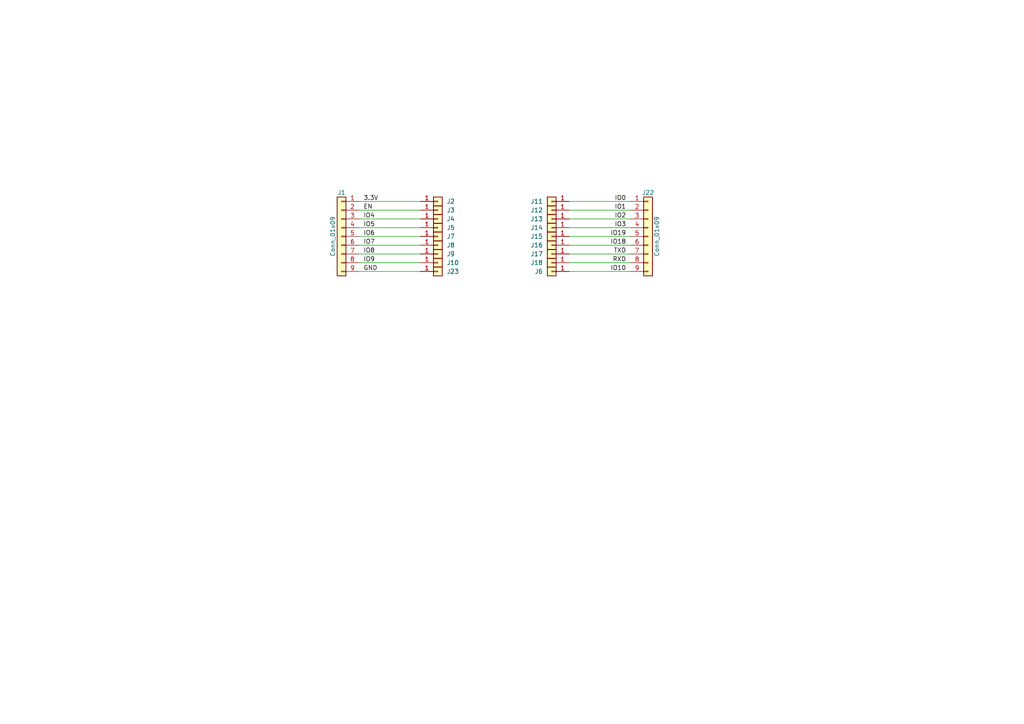
<source format=kicad_sch>
(kicad_sch (version 20211123) (generator eeschema)

  (uuid e63e39d7-6ac0-4ffd-8aa3-1841a4541b55)

  (paper "A4")

  (lib_symbols
    (symbol "Connector_Generic:Conn_01x01" (pin_names (offset 1.016) hide) (in_bom yes) (on_board yes)
      (property "Reference" "J" (id 0) (at 0 2.54 0)
        (effects (font (size 1.27 1.27)))
      )
      (property "Value" "Conn_01x01" (id 1) (at 0 -2.54 0)
        (effects (font (size 1.27 1.27)))
      )
      (property "Footprint" "" (id 2) (at 0 0 0)
        (effects (font (size 1.27 1.27)) hide)
      )
      (property "Datasheet" "~" (id 3) (at 0 0 0)
        (effects (font (size 1.27 1.27)) hide)
      )
      (property "ki_keywords" "connector" (id 4) (at 0 0 0)
        (effects (font (size 1.27 1.27)) hide)
      )
      (property "ki_description" "Generic connector, single row, 01x01, script generated (kicad-library-utils/schlib/autogen/connector/)" (id 5) (at 0 0 0)
        (effects (font (size 1.27 1.27)) hide)
      )
      (property "ki_fp_filters" "Connector*:*_1x??_*" (id 6) (at 0 0 0)
        (effects (font (size 1.27 1.27)) hide)
      )
      (symbol "Conn_01x01_1_1"
        (rectangle (start -1.27 0.127) (end 0 -0.127)
          (stroke (width 0.1524) (type default))
          (fill (type none))
        )
        (rectangle (start -1.27 1.27) (end 1.27 -1.27)
          (stroke (width 0.254) (type default))
          (fill (type background))
        )
        (pin passive line (at -5.08 0 0) (length 3.81)
          (name "Pin_1" (effects (font (size 1.27 1.27))))
          (number "1" (effects (font (size 1.27 1.27))))
        )
      )
    )
    (symbol "Connector_Generic:Conn_01x09" (pin_names (offset 1.016) hide) (in_bom yes) (on_board yes)
      (property "Reference" "J" (id 0) (at 0 12.7 0)
        (effects (font (size 1.27 1.27)))
      )
      (property "Value" "Conn_01x09" (id 1) (at 0 -12.7 0)
        (effects (font (size 1.27 1.27)))
      )
      (property "Footprint" "" (id 2) (at 0 0 0)
        (effects (font (size 1.27 1.27)) hide)
      )
      (property "Datasheet" "~" (id 3) (at 0 0 0)
        (effects (font (size 1.27 1.27)) hide)
      )
      (property "ki_keywords" "connector" (id 4) (at 0 0 0)
        (effects (font (size 1.27 1.27)) hide)
      )
      (property "ki_description" "Generic connector, single row, 01x09, script generated (kicad-library-utils/schlib/autogen/connector/)" (id 5) (at 0 0 0)
        (effects (font (size 1.27 1.27)) hide)
      )
      (property "ki_fp_filters" "Connector*:*_1x??_*" (id 6) (at 0 0 0)
        (effects (font (size 1.27 1.27)) hide)
      )
      (symbol "Conn_01x09_1_1"
        (rectangle (start -1.27 -10.033) (end 0 -10.287)
          (stroke (width 0.1524) (type default))
          (fill (type none))
        )
        (rectangle (start -1.27 -7.493) (end 0 -7.747)
          (stroke (width 0.1524) (type default))
          (fill (type none))
        )
        (rectangle (start -1.27 -4.953) (end 0 -5.207)
          (stroke (width 0.1524) (type default))
          (fill (type none))
        )
        (rectangle (start -1.27 -2.413) (end 0 -2.667)
          (stroke (width 0.1524) (type default))
          (fill (type none))
        )
        (rectangle (start -1.27 0.127) (end 0 -0.127)
          (stroke (width 0.1524) (type default))
          (fill (type none))
        )
        (rectangle (start -1.27 2.667) (end 0 2.413)
          (stroke (width 0.1524) (type default))
          (fill (type none))
        )
        (rectangle (start -1.27 5.207) (end 0 4.953)
          (stroke (width 0.1524) (type default))
          (fill (type none))
        )
        (rectangle (start -1.27 7.747) (end 0 7.493)
          (stroke (width 0.1524) (type default))
          (fill (type none))
        )
        (rectangle (start -1.27 10.287) (end 0 10.033)
          (stroke (width 0.1524) (type default))
          (fill (type none))
        )
        (rectangle (start -1.27 11.43) (end 1.27 -11.43)
          (stroke (width 0.254) (type default))
          (fill (type background))
        )
        (pin passive line (at -5.08 10.16 0) (length 3.81)
          (name "Pin_1" (effects (font (size 1.27 1.27))))
          (number "1" (effects (font (size 1.27 1.27))))
        )
        (pin passive line (at -5.08 7.62 0) (length 3.81)
          (name "Pin_2" (effects (font (size 1.27 1.27))))
          (number "2" (effects (font (size 1.27 1.27))))
        )
        (pin passive line (at -5.08 5.08 0) (length 3.81)
          (name "Pin_3" (effects (font (size 1.27 1.27))))
          (number "3" (effects (font (size 1.27 1.27))))
        )
        (pin passive line (at -5.08 2.54 0) (length 3.81)
          (name "Pin_4" (effects (font (size 1.27 1.27))))
          (number "4" (effects (font (size 1.27 1.27))))
        )
        (pin passive line (at -5.08 0 0) (length 3.81)
          (name "Pin_5" (effects (font (size 1.27 1.27))))
          (number "5" (effects (font (size 1.27 1.27))))
        )
        (pin passive line (at -5.08 -2.54 0) (length 3.81)
          (name "Pin_6" (effects (font (size 1.27 1.27))))
          (number "6" (effects (font (size 1.27 1.27))))
        )
        (pin passive line (at -5.08 -5.08 0) (length 3.81)
          (name "Pin_7" (effects (font (size 1.27 1.27))))
          (number "7" (effects (font (size 1.27 1.27))))
        )
        (pin passive line (at -5.08 -7.62 0) (length 3.81)
          (name "Pin_8" (effects (font (size 1.27 1.27))))
          (number "8" (effects (font (size 1.27 1.27))))
        )
        (pin passive line (at -5.08 -10.16 0) (length 3.81)
          (name "Pin_9" (effects (font (size 1.27 1.27))))
          (number "9" (effects (font (size 1.27 1.27))))
        )
      )
    )
  )


  (wire (pts (xy 121.92 58.42) (xy 104.14 58.42))
    (stroke (width 0) (type default))
    (uuid 076ca4ed-6140-46c8-93d9-6479b702ad82)
  )
  (wire (pts (xy 182.88 76.2) (xy 165.1 76.2))
    (stroke (width 0) (type default))
    (uuid 134b5986-ced0-46b1-9aeb-7b0a88d736e9)
  )
  (wire (pts (xy 121.92 63.5) (xy 104.14 63.5))
    (stroke (width 0) (type default))
    (uuid 329a1b7e-0b95-4d89-bef8-bf9a02365a92)
  )
  (wire (pts (xy 121.92 68.58) (xy 104.14 68.58))
    (stroke (width 0) (type default))
    (uuid 350f285a-0c9e-404b-a033-73ca5396c4aa)
  )
  (wire (pts (xy 121.92 76.2) (xy 104.14 76.2))
    (stroke (width 0) (type default))
    (uuid 6c06ac28-a09d-4361-8848-fe286b2fffb4)
  )
  (wire (pts (xy 121.92 66.04) (xy 104.14 66.04))
    (stroke (width 0) (type default))
    (uuid 72d1a29a-7888-4cef-991b-6e0289725c8e)
  )
  (wire (pts (xy 182.88 58.42) (xy 165.1 58.42))
    (stroke (width 0) (type default))
    (uuid 7a2eb6ff-bff9-4f7f-aeff-db9fe9ef54ef)
  )
  (wire (pts (xy 182.88 71.12) (xy 165.1 71.12))
    (stroke (width 0) (type default))
    (uuid 7bc9c4d2-4575-4320-ba58-9b6d80b3e1d6)
  )
  (wire (pts (xy 121.92 78.74) (xy 104.14 78.74))
    (stroke (width 0) (type default))
    (uuid 8e987baf-f67a-42ee-8012-1fa2ba86a9d2)
  )
  (wire (pts (xy 121.92 71.12) (xy 104.14 71.12))
    (stroke (width 0) (type default))
    (uuid 8f2cf97d-78ea-4108-836b-298564b800dc)
  )
  (wire (pts (xy 182.88 66.04) (xy 165.1 66.04))
    (stroke (width 0) (type default))
    (uuid 979637dd-61bf-47b7-8600-587950272c2d)
  )
  (wire (pts (xy 182.88 73.66) (xy 165.1 73.66))
    (stroke (width 0) (type default))
    (uuid 9c682250-07b9-4144-9daa-9b81994f9b47)
  )
  (wire (pts (xy 182.88 68.58) (xy 165.1 68.58))
    (stroke (width 0) (type default))
    (uuid a7114714-8796-4342-8284-995951669523)
  )
  (wire (pts (xy 182.88 78.74) (xy 165.1 78.74))
    (stroke (width 0) (type default))
    (uuid ae3ca504-a6b6-405e-9b82-73b13497584d)
  )
  (wire (pts (xy 182.88 60.96) (xy 165.1 60.96))
    (stroke (width 0) (type default))
    (uuid c40360a3-490d-478f-a1b1-9b0fa7e038ba)
  )
  (wire (pts (xy 121.92 73.66) (xy 104.14 73.66))
    (stroke (width 0) (type default))
    (uuid f43b9764-af46-48f3-b6b3-07ef0b88fa80)
  )
  (wire (pts (xy 182.88 63.5) (xy 165.1 63.5))
    (stroke (width 0) (type default))
    (uuid f8dd39b1-54f8-40ac-9a5f-5937322f395c)
  )
  (wire (pts (xy 121.92 60.96) (xy 104.14 60.96))
    (stroke (width 0) (type default))
    (uuid fe50bd35-3cd7-4bc8-9739-932459be7abd)
  )

  (label "IO9" (at 105.41 76.2 0) (fields_autoplaced)
    (effects (font (size 1.27 1.27)) (justify left bottom))
    (uuid 21ec377d-e3fc-4fed-95db-c15f2d6be99a)
  )
  (label "3.3V" (at 105.41 58.42 0) (fields_autoplaced)
    (effects (font (size 1.27 1.27)) (justify left bottom))
    (uuid 275e8601-37af-4dfb-8ad4-c8b9d924a0d5)
  )
  (label "IO18" (at 181.61 71.12 180) (fields_autoplaced)
    (effects (font (size 1.27 1.27)) (justify right bottom))
    (uuid 32d4d42c-48dd-4942-8faa-8acdeacf5d9d)
  )
  (label "IO3" (at 181.61 66.04 180) (fields_autoplaced)
    (effects (font (size 1.27 1.27)) (justify right bottom))
    (uuid 46da4625-29d8-49ab-9457-4b4e7b338c01)
  )
  (label "IO0" (at 181.61 58.42 180) (fields_autoplaced)
    (effects (font (size 1.27 1.27)) (justify right bottom))
    (uuid 56c47e38-39c6-4156-af85-df0e77ac2d1d)
  )
  (label "GND" (at 105.41 78.74 0) (fields_autoplaced)
    (effects (font (size 1.27 1.27)) (justify left bottom))
    (uuid 84d70bf1-5884-42c3-8d73-99d2bbead97a)
  )
  (label "TXD" (at 181.61 73.66 180) (fields_autoplaced)
    (effects (font (size 1.27 1.27)) (justify right bottom))
    (uuid 8e7f92d7-804a-4e05-a090-bb438f375645)
  )
  (label "IO1" (at 181.61 60.96 180) (fields_autoplaced)
    (effects (font (size 1.27 1.27)) (justify right bottom))
    (uuid 97b35732-bada-4444-87f7-c2745ff0c912)
  )
  (label "IO4" (at 105.41 63.5 0) (fields_autoplaced)
    (effects (font (size 1.27 1.27)) (justify left bottom))
    (uuid bf8feaed-4695-4472-ab80-b9fe80bdbc81)
  )
  (label "IO5" (at 105.41 66.04 0) (fields_autoplaced)
    (effects (font (size 1.27 1.27)) (justify left bottom))
    (uuid c1848430-b6a8-4327-84da-59fe8e8316a8)
  )
  (label "IO19" (at 181.61 68.58 180) (fields_autoplaced)
    (effects (font (size 1.27 1.27)) (justify right bottom))
    (uuid c38efcfc-1578-4593-af06-a92e4a42b421)
  )
  (label "IO10" (at 181.61 78.74 180) (fields_autoplaced)
    (effects (font (size 1.27 1.27)) (justify right bottom))
    (uuid c4f4d3fb-c052-4efb-af00-9f03e49871a2)
  )
  (label "IO6" (at 105.41 68.58 0) (fields_autoplaced)
    (effects (font (size 1.27 1.27)) (justify left bottom))
    (uuid c5aab209-9159-4424-bbd1-043228d29af8)
  )
  (label "EN" (at 105.41 60.96 0) (fields_autoplaced)
    (effects (font (size 1.27 1.27)) (justify left bottom))
    (uuid c9c02e06-1e62-41bb-8246-335200ccf2a5)
  )
  (label "IO2" (at 181.61 63.5 180) (fields_autoplaced)
    (effects (font (size 1.27 1.27)) (justify right bottom))
    (uuid cb6beca1-f361-491c-8061-82cd74a28dfc)
  )
  (label "RXD" (at 181.61 76.2 180) (fields_autoplaced)
    (effects (font (size 1.27 1.27)) (justify right bottom))
    (uuid d414a0eb-072d-4597-8065-0c58a068c412)
  )
  (label "IO7" (at 105.41 71.12 0) (fields_autoplaced)
    (effects (font (size 1.27 1.27)) (justify left bottom))
    (uuid d549575d-c980-4d5c-9479-c6a6bb1125c4)
  )
  (label "IO8" (at 105.41 73.66 0) (fields_autoplaced)
    (effects (font (size 1.27 1.27)) (justify left bottom))
    (uuid d6201297-d47a-491d-9d8e-9615a519c818)
  )

  (symbol (lib_id "Connector_Generic:Conn_01x01") (at 127 73.66 0) (unit 1)
    (in_bom yes) (on_board yes)
    (uuid 071d0535-3eae-4e62-a7c6-14b9c839ca8a)
    (property "Reference" "J9" (id 0) (at 129.54 73.66 0)
      (effects (font (size 1.27 1.27)) (justify left))
    )
    (property "Value" "Conn_01x01" (id 1) (at 126.365 76.2 90)
      (effects (font (size 1.27 1.27)) (justify right) hide)
    )
    (property "Footprint" "FlexyPin:FlexyPin_1x01" (id 2) (at 127 73.66 0)
      (effects (font (size 1.27 1.27)) hide)
    )
    (property "Datasheet" "~" (id 3) (at 127 73.66 0)
      (effects (font (size 1.27 1.27)) hide)
    )
    (pin "1" (uuid 4104dc5c-7353-4f49-a32a-39409d271cea))
  )

  (symbol (lib_id "Connector_Generic:Conn_01x09") (at 187.96 68.58 0) (unit 1)
    (in_bom yes) (on_board yes)
    (uuid 07e13863-bd02-4902-95bb-751411a906f0)
    (property "Reference" "J22" (id 0) (at 187.96 55.88 0)
      (effects (font (size 1.27 1.27)))
    )
    (property "Value" "Conn_01x09" (id 1) (at 190.5 68.58 90)
      (effects (font (size 1.27 1.27)))
    )
    (property "Footprint" "Connector_PinHeader_2.54mm:PinHeader_1x09_P2.54mm_Vertical" (id 2) (at 187.96 68.58 0)
      (effects (font (size 1.27 1.27)) hide)
    )
    (property "Datasheet" "~" (id 3) (at 187.96 68.58 0)
      (effects (font (size 1.27 1.27)) hide)
    )
    (pin "1" (uuid 3cef2940-746c-45e3-9107-83eef849fa15))
    (pin "2" (uuid c7b292b0-ac16-4994-a215-fc8f695c12a1))
    (pin "3" (uuid 8cc2e8a9-4547-415e-a335-e319531e3f17))
    (pin "4" (uuid 473fe26e-3508-4fcd-8099-026d2891577e))
    (pin "5" (uuid 6174b230-202a-4544-ac7f-e496c309c9b4))
    (pin "6" (uuid 6f6868f2-ab8b-43a0-9153-05949a122e58))
    (pin "7" (uuid f90dade9-e357-4ff5-906b-e9f94c8a25dc))
    (pin "8" (uuid 401ff54b-2ebd-4960-b7d8-18baf8545128))
    (pin "9" (uuid 6ae46c10-d334-4f3b-8139-fb8860a013fa))
  )

  (symbol (lib_id "Connector_Generic:Conn_01x01") (at 127 63.5 0) (unit 1)
    (in_bom yes) (on_board yes)
    (uuid 09ea8180-f446-4084-8fdb-f15d509d7563)
    (property "Reference" "J4" (id 0) (at 129.54 63.5 0)
      (effects (font (size 1.27 1.27)) (justify left))
    )
    (property "Value" "Conn_01x01" (id 1) (at 126.365 66.04 90)
      (effects (font (size 1.27 1.27)) (justify right) hide)
    )
    (property "Footprint" "FlexyPin:FlexyPin_1x01" (id 2) (at 127 63.5 0)
      (effects (font (size 1.27 1.27)) hide)
    )
    (property "Datasheet" "~" (id 3) (at 127 63.5 0)
      (effects (font (size 1.27 1.27)) hide)
    )
    (pin "1" (uuid a3877a15-be4b-4aeb-b6dd-23221601dbff))
  )

  (symbol (lib_id "Connector_Generic:Conn_01x01") (at 127 68.58 0) (unit 1)
    (in_bom yes) (on_board yes)
    (uuid 13515fb1-0db1-43e9-bb53-bb80920da619)
    (property "Reference" "J7" (id 0) (at 129.54 68.58 0)
      (effects (font (size 1.27 1.27)) (justify left))
    )
    (property "Value" "Conn_01x01" (id 1) (at 126.365 71.12 90)
      (effects (font (size 1.27 1.27)) (justify right) hide)
    )
    (property "Footprint" "FlexyPin:FlexyPin_1x01" (id 2) (at 127 68.58 0)
      (effects (font (size 1.27 1.27)) hide)
    )
    (property "Datasheet" "~" (id 3) (at 127 68.58 0)
      (effects (font (size 1.27 1.27)) hide)
    )
    (pin "1" (uuid c5f22153-caa5-4cef-805f-bde38e343944))
  )

  (symbol (lib_id "Connector_Generic:Conn_01x01") (at 127 76.2 0) (unit 1)
    (in_bom yes) (on_board yes)
    (uuid 255b567c-8caa-4275-bbd5-a5152dbc37ff)
    (property "Reference" "J10" (id 0) (at 129.54 76.2 0)
      (effects (font (size 1.27 1.27)) (justify left))
    )
    (property "Value" "Conn_01x01" (id 1) (at 126.365 78.74 90)
      (effects (font (size 1.27 1.27)) (justify right) hide)
    )
    (property "Footprint" "FlexyPin:FlexyPin_1x01" (id 2) (at 127 76.2 0)
      (effects (font (size 1.27 1.27)) hide)
    )
    (property "Datasheet" "~" (id 3) (at 127 76.2 0)
      (effects (font (size 1.27 1.27)) hide)
    )
    (pin "1" (uuid 9db47975-4fb8-4148-91b4-8f6d2c9c439e))
  )

  (symbol (lib_id "Connector_Generic:Conn_01x01") (at 160.02 78.74 180) (unit 1)
    (in_bom yes) (on_board yes)
    (uuid 27bec5ca-6dea-4712-b89b-8d77eecd0698)
    (property "Reference" "J6" (id 0) (at 157.48 78.74 0)
      (effects (font (size 1.27 1.27)) (justify left))
    )
    (property "Value" "Conn_01x01" (id 1) (at 160.655 76.2 90)
      (effects (font (size 1.27 1.27)) (justify right) hide)
    )
    (property "Footprint" "FlexyPin:FlexyPin_1x01" (id 2) (at 160.02 78.74 0)
      (effects (font (size 1.27 1.27)) hide)
    )
    (property "Datasheet" "~" (id 3) (at 160.02 78.74 0)
      (effects (font (size 1.27 1.27)) hide)
    )
    (pin "1" (uuid 3df12092-ca07-407b-b429-29326dbd3767))
  )

  (symbol (lib_id "Connector_Generic:Conn_01x01") (at 127 78.74 0) (unit 1)
    (in_bom yes) (on_board yes)
    (uuid 3917bd37-e763-457f-b9cd-4f9e0876e0fa)
    (property "Reference" "J23" (id 0) (at 129.54 78.74 0)
      (effects (font (size 1.27 1.27)) (justify left))
    )
    (property "Value" "Conn_01x01" (id 1) (at 126.365 81.28 90)
      (effects (font (size 1.27 1.27)) (justify right) hide)
    )
    (property "Footprint" "FlexyPin:FlexyPin_1x01" (id 2) (at 127 78.74 0)
      (effects (font (size 1.27 1.27)) hide)
    )
    (property "Datasheet" "~" (id 3) (at 127 78.74 0)
      (effects (font (size 1.27 1.27)) hide)
    )
    (pin "1" (uuid ee8110c3-0362-4ef3-81a8-e51c3d98cf4c))
  )

  (symbol (lib_id "Connector_Generic:Conn_01x01") (at 127 66.04 0) (unit 1)
    (in_bom yes) (on_board yes)
    (uuid 400c1730-354d-45ff-ba19-df0ad5697e90)
    (property "Reference" "J5" (id 0) (at 129.54 66.04 0)
      (effects (font (size 1.27 1.27)) (justify left))
    )
    (property "Value" "Conn_01x01" (id 1) (at 126.365 68.58 90)
      (effects (font (size 1.27 1.27)) (justify right) hide)
    )
    (property "Footprint" "FlexyPin:FlexyPin_1x01" (id 2) (at 127 66.04 0)
      (effects (font (size 1.27 1.27)) hide)
    )
    (property "Datasheet" "~" (id 3) (at 127 66.04 0)
      (effects (font (size 1.27 1.27)) hide)
    )
    (pin "1" (uuid 20cb2133-fb21-443b-80cd-3338a89136ea))
  )

  (symbol (lib_id "Connector_Generic:Conn_01x01") (at 160.02 68.58 0) (mirror y) (unit 1)
    (in_bom yes) (on_board yes)
    (uuid 441f8259-9359-4034-9be7-a918c4e7e17c)
    (property "Reference" "J15" (id 0) (at 157.48 68.58 0)
      (effects (font (size 1.27 1.27)) (justify left))
    )
    (property "Value" "Conn_01x01" (id 1) (at 160.655 71.12 90)
      (effects (font (size 1.27 1.27)) (justify right) hide)
    )
    (property "Footprint" "FlexyPin:FlexyPin_1x01" (id 2) (at 160.02 68.58 0)
      (effects (font (size 1.27 1.27)) hide)
    )
    (property "Datasheet" "~" (id 3) (at 160.02 68.58 0)
      (effects (font (size 1.27 1.27)) hide)
    )
    (pin "1" (uuid 9f79754e-e8d3-4cd2-925f-8290ed8d14dc))
  )

  (symbol (lib_id "Connector_Generic:Conn_01x01") (at 160.02 63.5 0) (mirror y) (unit 1)
    (in_bom yes) (on_board yes)
    (uuid 4808505b-9791-4940-b32a-cd6157a9e162)
    (property "Reference" "J13" (id 0) (at 157.48 63.5 0)
      (effects (font (size 1.27 1.27)) (justify left))
    )
    (property "Value" "Conn_01x01" (id 1) (at 160.655 66.04 90)
      (effects (font (size 1.27 1.27)) (justify right) hide)
    )
    (property "Footprint" "FlexyPin:FlexyPin_1x01" (id 2) (at 160.02 63.5 0)
      (effects (font (size 1.27 1.27)) hide)
    )
    (property "Datasheet" "~" (id 3) (at 160.02 63.5 0)
      (effects (font (size 1.27 1.27)) hide)
    )
    (pin "1" (uuid a77e9a8f-c25f-43d0-9078-bc04fc8419a3))
  )

  (symbol (lib_id "Connector_Generic:Conn_01x01") (at 160.02 66.04 0) (mirror y) (unit 1)
    (in_bom yes) (on_board yes)
    (uuid 63a40148-09c6-454b-b95d-7cc00bfddcd2)
    (property "Reference" "J14" (id 0) (at 157.48 66.04 0)
      (effects (font (size 1.27 1.27)) (justify left))
    )
    (property "Value" "Conn_01x01" (id 1) (at 160.655 68.58 90)
      (effects (font (size 1.27 1.27)) (justify right) hide)
    )
    (property "Footprint" "FlexyPin:FlexyPin_1x01" (id 2) (at 160.02 66.04 0)
      (effects (font (size 1.27 1.27)) hide)
    )
    (property "Datasheet" "~" (id 3) (at 160.02 66.04 0)
      (effects (font (size 1.27 1.27)) hide)
    )
    (pin "1" (uuid badfa5fa-0ea4-4db1-a1ad-a79800065fc8))
  )

  (symbol (lib_id "Connector_Generic:Conn_01x01") (at 160.02 76.2 0) (mirror y) (unit 1)
    (in_bom yes) (on_board yes)
    (uuid 6674849e-d0a8-42b0-a089-19910e180dbc)
    (property "Reference" "J18" (id 0) (at 157.48 76.2 0)
      (effects (font (size 1.27 1.27)) (justify left))
    )
    (property "Value" "Conn_01x01" (id 1) (at 160.655 78.74 90)
      (effects (font (size 1.27 1.27)) (justify right) hide)
    )
    (property "Footprint" "FlexyPin:FlexyPin_1x01" (id 2) (at 160.02 76.2 0)
      (effects (font (size 1.27 1.27)) hide)
    )
    (property "Datasheet" "~" (id 3) (at 160.02 76.2 0)
      (effects (font (size 1.27 1.27)) hide)
    )
    (pin "1" (uuid 195569ec-0ae4-43fc-b4ee-ca6cf7958e72))
  )

  (symbol (lib_id "Connector_Generic:Conn_01x01") (at 160.02 71.12 0) (mirror y) (unit 1)
    (in_bom yes) (on_board yes)
    (uuid 7b03a101-7a66-4314-9557-fb7524390213)
    (property "Reference" "J16" (id 0) (at 157.48 71.12 0)
      (effects (font (size 1.27 1.27)) (justify left))
    )
    (property "Value" "Conn_01x01" (id 1) (at 160.655 73.66 90)
      (effects (font (size 1.27 1.27)) (justify right) hide)
    )
    (property "Footprint" "FlexyPin:FlexyPin_1x01" (id 2) (at 160.02 71.12 0)
      (effects (font (size 1.27 1.27)) hide)
    )
    (property "Datasheet" "~" (id 3) (at 160.02 71.12 0)
      (effects (font (size 1.27 1.27)) hide)
    )
    (pin "1" (uuid 68f57382-28e1-4079-8b9e-91fc9fe78cde))
  )

  (symbol (lib_id "Connector_Generic:Conn_01x09") (at 99.06 68.58 0) (mirror y) (unit 1)
    (in_bom yes) (on_board yes)
    (uuid 9397719b-4a3b-4984-a470-967198532930)
    (property "Reference" "J1" (id 0) (at 99.06 55.88 0)
      (effects (font (size 1.27 1.27)))
    )
    (property "Value" "Conn_01x09" (id 1) (at 96.52 68.58 90)
      (effects (font (size 1.27 1.27)))
    )
    (property "Footprint" "Connector_PinHeader_2.54mm:PinHeader_1x09_P2.54mm_Vertical" (id 2) (at 99.06 68.58 0)
      (effects (font (size 1.27 1.27)) hide)
    )
    (property "Datasheet" "~" (id 3) (at 99.06 68.58 0)
      (effects (font (size 1.27 1.27)) hide)
    )
    (pin "1" (uuid 097d3097-fa09-4a32-9be1-1cd4c3b41b74))
    (pin "2" (uuid 79783b93-0df9-4b72-a9f5-79822605c3d4))
    (pin "3" (uuid 6480f567-1219-4839-b79c-b60ce0891d2c))
    (pin "4" (uuid a9a879f6-429a-422f-9cd1-9d46c6d9a893))
    (pin "5" (uuid 21ad2d31-87c0-48d0-b099-35e068b945ed))
    (pin "6" (uuid ef14ff7d-933f-4ed7-81b7-b321bc525673))
    (pin "7" (uuid b4771cce-1d27-4bd0-9569-66cea3f85bdb))
    (pin "8" (uuid 49bc9511-0570-4220-8cd0-a0649d001585))
    (pin "9" (uuid be07ae0d-0c18-478d-80e8-bcbab3c4b219))
  )

  (symbol (lib_id "Connector_Generic:Conn_01x01") (at 127 71.12 0) (unit 1)
    (in_bom yes) (on_board yes)
    (uuid 95f06106-3ef5-43a1-9072-a579ab564034)
    (property "Reference" "J8" (id 0) (at 129.54 71.12 0)
      (effects (font (size 1.27 1.27)) (justify left))
    )
    (property "Value" "Conn_01x01" (id 1) (at 126.365 73.66 90)
      (effects (font (size 1.27 1.27)) (justify right) hide)
    )
    (property "Footprint" "FlexyPin:FlexyPin_1x01" (id 2) (at 127 71.12 0)
      (effects (font (size 1.27 1.27)) hide)
    )
    (property "Datasheet" "~" (id 3) (at 127 71.12 0)
      (effects (font (size 1.27 1.27)) hide)
    )
    (pin "1" (uuid 39c78e8a-53bb-4acd-be41-c40e9d2cf53f))
  )

  (symbol (lib_id "Connector_Generic:Conn_01x01") (at 127 58.42 0) (unit 1)
    (in_bom yes) (on_board yes)
    (uuid 9f31e4b1-0c42-42bf-8f9d-3e0299b750d1)
    (property "Reference" "J2" (id 0) (at 129.54 58.42 0)
      (effects (font (size 1.27 1.27)) (justify left))
    )
    (property "Value" "Conn_01x01" (id 1) (at 126.365 60.96 90)
      (effects (font (size 1.27 1.27)) (justify right) hide)
    )
    (property "Footprint" "FlexyPin:FlexyPin_1x01" (id 2) (at 127 58.42 0)
      (effects (font (size 1.27 1.27)) hide)
    )
    (property "Datasheet" "~" (id 3) (at 127 58.42 0)
      (effects (font (size 1.27 1.27)) hide)
    )
    (pin "1" (uuid 8785d6cc-289a-4463-8dc1-7c11231bde79))
  )

  (symbol (lib_id "Connector_Generic:Conn_01x01") (at 127 60.96 0) (unit 1)
    (in_bom yes) (on_board yes)
    (uuid a2d32dab-13e8-4e65-a746-dfb11cf768a0)
    (property "Reference" "J3" (id 0) (at 129.54 60.96 0)
      (effects (font (size 1.27 1.27)) (justify left))
    )
    (property "Value" "Conn_01x01" (id 1) (at 126.365 63.5 90)
      (effects (font (size 1.27 1.27)) (justify right) hide)
    )
    (property "Footprint" "FlexyPin:FlexyPin_1x01" (id 2) (at 127 60.96 0)
      (effects (font (size 1.27 1.27)) hide)
    )
    (property "Datasheet" "~" (id 3) (at 127 60.96 0)
      (effects (font (size 1.27 1.27)) hide)
    )
    (pin "1" (uuid 35959b71-93a5-4ed5-8eb5-b0c3938bdd3b))
  )

  (symbol (lib_id "Connector_Generic:Conn_01x01") (at 160.02 73.66 0) (mirror y) (unit 1)
    (in_bom yes) (on_board yes)
    (uuid ade283f4-27da-4446-b5de-fb7b8f583bb7)
    (property "Reference" "J17" (id 0) (at 157.48 73.66 0)
      (effects (font (size 1.27 1.27)) (justify left))
    )
    (property "Value" "Conn_01x01" (id 1) (at 160.655 76.2 90)
      (effects (font (size 1.27 1.27)) (justify right) hide)
    )
    (property "Footprint" "FlexyPin:FlexyPin_1x01" (id 2) (at 160.02 73.66 0)
      (effects (font (size 1.27 1.27)) hide)
    )
    (property "Datasheet" "~" (id 3) (at 160.02 73.66 0)
      (effects (font (size 1.27 1.27)) hide)
    )
    (pin "1" (uuid ffec5e6c-42a6-4bf5-87c6-f329fbaae477))
  )

  (symbol (lib_id "Connector_Generic:Conn_01x01") (at 160.02 58.42 0) (mirror y) (unit 1)
    (in_bom yes) (on_board yes)
    (uuid d75cafcc-3da7-4f07-84c6-5e32b01b7ab3)
    (property "Reference" "J11" (id 0) (at 157.48 58.42 0)
      (effects (font (size 1.27 1.27)) (justify left))
    )
    (property "Value" "Conn_01x01" (id 1) (at 160.655 60.96 90)
      (effects (font (size 1.27 1.27)) (justify right) hide)
    )
    (property "Footprint" "FlexyPin:FlexyPin_1x01" (id 2) (at 160.02 58.42 0)
      (effects (font (size 1.27 1.27)) hide)
    )
    (property "Datasheet" "~" (id 3) (at 160.02 58.42 0)
      (effects (font (size 1.27 1.27)) hide)
    )
    (pin "1" (uuid e7861557-32d0-40ea-81c9-4732458548a2))
  )

  (symbol (lib_id "Connector_Generic:Conn_01x01") (at 160.02 60.96 0) (mirror y) (unit 1)
    (in_bom yes) (on_board yes)
    (uuid e9fee8f7-2236-4381-88e4-dd0d732185d1)
    (property "Reference" "J12" (id 0) (at 157.48 60.96 0)
      (effects (font (size 1.27 1.27)) (justify left))
    )
    (property "Value" "Conn_01x01" (id 1) (at 160.655 63.5 90)
      (effects (font (size 1.27 1.27)) (justify right) hide)
    )
    (property "Footprint" "FlexyPin:FlexyPin_1x01" (id 2) (at 160.02 60.96 0)
      (effects (font (size 1.27 1.27)) hide)
    )
    (property "Datasheet" "~" (id 3) (at 160.02 60.96 0)
      (effects (font (size 1.27 1.27)) hide)
    )
    (pin "1" (uuid 3c07a85b-4034-43bc-9f76-77a33918fb64))
  )

  (sheet_instances
    (path "/" (page "1"))
  )

  (symbol_instances
    (path "/9397719b-4a3b-4984-a470-967198532930"
      (reference "J1") (unit 1) (value "Conn_01x09") (footprint "Connector_PinHeader_2.54mm:PinHeader_1x09_P2.54mm_Vertical")
    )
    (path "/9f31e4b1-0c42-42bf-8f9d-3e0299b750d1"
      (reference "J2") (unit 1) (value "Conn_01x01") (footprint "FlexyPin:FlexyPin_1x01")
    )
    (path "/a2d32dab-13e8-4e65-a746-dfb11cf768a0"
      (reference "J3") (unit 1) (value "Conn_01x01") (footprint "FlexyPin:FlexyPin_1x01")
    )
    (path "/09ea8180-f446-4084-8fdb-f15d509d7563"
      (reference "J4") (unit 1) (value "Conn_01x01") (footprint "FlexyPin:FlexyPin_1x01")
    )
    (path "/400c1730-354d-45ff-ba19-df0ad5697e90"
      (reference "J5") (unit 1) (value "Conn_01x01") (footprint "FlexyPin:FlexyPin_1x01")
    )
    (path "/27bec5ca-6dea-4712-b89b-8d77eecd0698"
      (reference "J6") (unit 1) (value "Conn_01x01") (footprint "FlexyPin:FlexyPin_1x01")
    )
    (path "/13515fb1-0db1-43e9-bb53-bb80920da619"
      (reference "J7") (unit 1) (value "Conn_01x01") (footprint "FlexyPin:FlexyPin_1x01")
    )
    (path "/95f06106-3ef5-43a1-9072-a579ab564034"
      (reference "J8") (unit 1) (value "Conn_01x01") (footprint "FlexyPin:FlexyPin_1x01")
    )
    (path "/071d0535-3eae-4e62-a7c6-14b9c839ca8a"
      (reference "J9") (unit 1) (value "Conn_01x01") (footprint "FlexyPin:FlexyPin_1x01")
    )
    (path "/255b567c-8caa-4275-bbd5-a5152dbc37ff"
      (reference "J10") (unit 1) (value "Conn_01x01") (footprint "FlexyPin:FlexyPin_1x01")
    )
    (path "/d75cafcc-3da7-4f07-84c6-5e32b01b7ab3"
      (reference "J11") (unit 1) (value "Conn_01x01") (footprint "FlexyPin:FlexyPin_1x01")
    )
    (path "/e9fee8f7-2236-4381-88e4-dd0d732185d1"
      (reference "J12") (unit 1) (value "Conn_01x01") (footprint "FlexyPin:FlexyPin_1x01")
    )
    (path "/4808505b-9791-4940-b32a-cd6157a9e162"
      (reference "J13") (unit 1) (value "Conn_01x01") (footprint "FlexyPin:FlexyPin_1x01")
    )
    (path "/63a40148-09c6-454b-b95d-7cc00bfddcd2"
      (reference "J14") (unit 1) (value "Conn_01x01") (footprint "FlexyPin:FlexyPin_1x01")
    )
    (path "/441f8259-9359-4034-9be7-a918c4e7e17c"
      (reference "J15") (unit 1) (value "Conn_01x01") (footprint "FlexyPin:FlexyPin_1x01")
    )
    (path "/7b03a101-7a66-4314-9557-fb7524390213"
      (reference "J16") (unit 1) (value "Conn_01x01") (footprint "FlexyPin:FlexyPin_1x01")
    )
    (path "/ade283f4-27da-4446-b5de-fb7b8f583bb7"
      (reference "J17") (unit 1) (value "Conn_01x01") (footprint "FlexyPin:FlexyPin_1x01")
    )
    (path "/6674849e-d0a8-42b0-a089-19910e180dbc"
      (reference "J18") (unit 1) (value "Conn_01x01") (footprint "FlexyPin:FlexyPin_1x01")
    )
    (path "/07e13863-bd02-4902-95bb-751411a906f0"
      (reference "J22") (unit 1) (value "Conn_01x09") (footprint "Connector_PinHeader_2.54mm:PinHeader_1x09_P2.54mm_Vertical")
    )
    (path "/3917bd37-e763-457f-b9cd-4f9e0876e0fa"
      (reference "J23") (unit 1) (value "Conn_01x01") (footprint "FlexyPin:FlexyPin_1x01")
    )
  )
)

</source>
